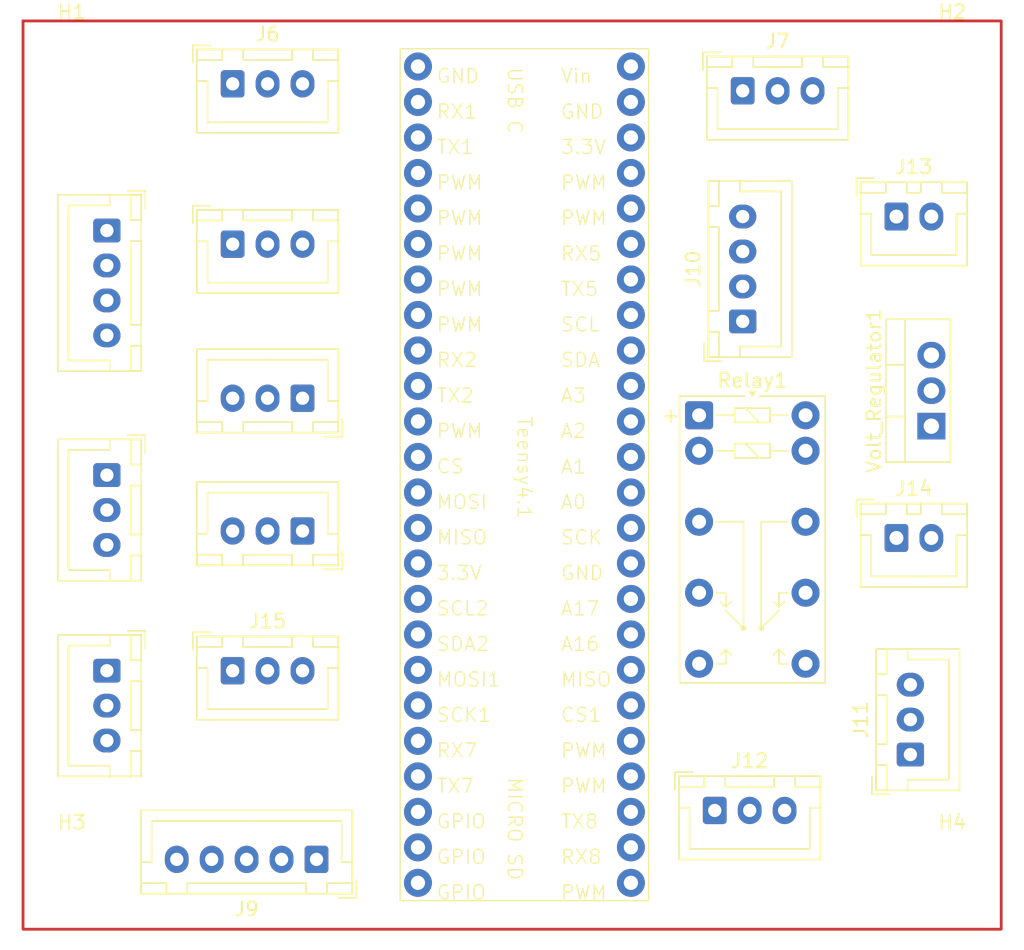
<source format=kicad_pcb>
(kicad_pcb (version 20241229) (generator "pcbnew") (generator_version "9.0")
  (layers (0 "F.Cu" signal) (2 "B.Cu" signal) (13 "F.Paste" user) (15 "B.Paste" user) (5 "F.SilkS" user "F.Silkscreen") (7 "B.SilkS" user "B.Silkscreen") (1 "F.Mask" user) (3 "B.Mask" user) (25 "Edge.Cuts" user))
  (net 0 "")
  (net 1 "GND")
  (net 2 "+5V")
  (net 3 "VIN")
  (net 4 "Vehicle_On")
  (net 6 "Net-(J14-Pin_2)")
  (net 8 "Vehicle_Off")
  (net 10 "Video_On")
  (net 11 "PWM_Servo3")
  (net 15 "RX_LoRa")
  (net 16 "PWM_RC")
  (net 17 "PWM_Servo1")
  (net 18 "SCL_Sensor")
  (net 22 "RX_Video")
  (net 25 "PWM_Servo7")
  (net 28 "PWM_Servo2")
  (net 34 "PWM_Servo5")
  (net 39 "TX_Video")
  (net 43 "SDA_Sensor")
  (net 45 "PWM_Servo6")
  (net 47 "TX_LoRa")
  (net 49 "Pi_On")
  (net 53 "+3.3V")
  (net 54 "PWM_Servo4")
  (footprint "Connector_JST:JST_XH_B4B-XH-A_1x04_P2.50mm_Vertical" (layer "F.Cu") (at 100 119.5 90)
    (property "Reference" "J10" (at 3.75 -3.55 90) (layer "F.SilkS"))
    (property "Value" "Sensor_Board")
    (pad "1" thru_hole roundrect (at 0 0 90) (size 1.7 1.95) (drill 0.95) (layers "*.Cu" "*.Mask") (roundrect_rratio 0.147059) (net 1 "GND"))
    (pad "2" thru_hole oval (at 2.5 0 90) (size 1.7 1.95) (drill 0.95) (layers "*.Cu" "*.Mask") (net 18 "SCL_Sensor"))
    (pad "3" thru_hole oval (at 5 0 90) (size 1.7 1.95) (drill 0.95) (layers "*.Cu" "*.Mask") (net 43 "SDA_Sensor"))
    (pad "4" thru_hole oval (at 7.5 0 90) (size 1.7 1.95) (drill 0.95) (layers "*.Cu" "*.Mask") (net 53 "+3.3V"))
  )
  (footprint "Connector_JST:JST_XH_B3B-XH-A_1x03_P2.50mm_Vertical" (layer "F.Cu") (at 54.5 130.5 -90)
    (property "Reference" "J2" (hide yes))
    (property "Value" "Servo2")
    (pad "1" thru_hole roundrect (at 0 0 270) (size 1.7 1.95) (drill 0.95) (layers "*.Cu" "*.Mask") (roundrect_rratio 0.147059) (net 28 "PWM_Servo2"))
    (pad "2" thru_hole oval (at 2.5 0 270) (size 1.7 1.95) (drill 0.95) (layers "*.Cu" "*.Mask") (net 2 "+5V"))
    (pad "3" thru_hole oval (at 5 0 270) (size 1.7 1.95) (drill 0.95) (layers "*.Cu" "*.Mask") (net 1 "GND"))
  )
  (footprint "Connector_JST:JST_XH_B2B-XH-A_1x02_P2.50mm_Vertical" (layer "F.Cu") (at 111 112)
    (property "Reference" "J13" (at 1.25 -3.55 0) (layer "F.SilkS"))
    (property "Value" "Battery")
    (pad "1" thru_hole roundrect (at 0 0) (size 1.7 2) (drill 1) (layers "*.Cu" "*.Mask") (roundrect_rratio 0.147059) (net 3 "VIN"))
    (pad "2" thru_hole oval (at 2.5 0) (size 1.7 2) (drill 1) (layers "*.Cu" "*.Mask") (net 1 "GND"))
  )
  (footprint "Connector_JST:JST_XH_B3B-XH-A_1x03_P2.50mm_Vertical" (layer "F.Cu") (at 63.5 144.5)
    (property "Reference" "J15" (at 2.5 -3.55 0) (layer "F.SilkS"))
    (property "Value" "RC_Control")
    (pad "1" thru_hole roundrect (at 0 0) (size 1.7 1.95) (drill 0.95) (layers "*.Cu" "*.Mask") (roundrect_rratio 0.147059) (net 16 "PWM_RC"))
    (pad "2" thru_hole oval (at 2.5 0) (size 1.7 1.95) (drill 0.95) (layers "*.Cu" "*.Mask") (net 2 "+5V"))
    (pad "3" thru_hole oval (at 5 0) (size 1.7 1.95) (drill 0.95) (layers "*.Cu" "*.Mask") (net 1 "GND"))
  )
  (footprint "Connector_JST:JST_XH_B3B-XH-A_1x03_P2.50mm_Vertical" (layer "F.Cu") (at 100 103)
    (property "Reference" "J7" (at 2.5 -3.55 0) (layer "F.SilkS"))
    (property "Value" "Servo7")
    (pad "1" thru_hole roundrect (at 0 0) (size 1.7 1.95) (drill 0.95) (layers "*.Cu" "*.Mask") (roundrect_rratio 0.147059) (net 25 "PWM_Servo7"))
    (pad "2" thru_hole oval (at 2.5 0) (size 1.7 1.95) (drill 0.95) (layers "*.Cu" "*.Mask") (net 2 "+5V"))
    (pad "3" thru_hole oval (at 5 0) (size 1.7 1.95) (drill 0.95) (layers "*.Cu" "*.Mask") (net 1 "GND"))
  )
  (footprint "Connector_JST:JST_XH_B5B-XH-A_1x05_P2.50mm_Vertical" (layer "F.Cu") (at 69.5 158 180)
    (property "Reference" "J9" (at 5 -3.55 0) (layer "F.SilkS"))
    (property "Value" "Live_Video")
    (pad "1" thru_hole roundrect (at 0 0 180) (size 1.7 1.95) (drill 0.95) (layers "*.Cu" "*.Mask") (roundrect_rratio 0.147059) (net 39 "TX_Video"))
    (pad "2" thru_hole oval (at 2.5 0 180) (size 1.7 1.95) (drill 0.95) (layers "*.Cu" "*.Mask") (net 22 "RX_Video"))
    (pad "3" thru_hole oval (at 5 0 180) (size 1.7 1.95) (drill 0.95) (layers "*.Cu" "*.Mask") (net 49 "Pi_On"))
    (pad "4" thru_hole oval (at 7.5 0 180) (size 1.7 1.95) (drill 0.95) (layers "*.Cu" "*.Mask") (net 10 "Video_On"))
    (pad "5" thru_hole oval (at 10 0 180) (size 1.7 1.95) (drill 0.95) (layers "*.Cu" "*.Mask") (net 1 "GND"))
  )
  (footprint "MountingHole:MountingHole_3.2mm_M3" (layer "F.Cu") (at 52 159.5)
    (property "Reference" "H3" (at 0 -4.15 0) (layer "F.SilkS"))
    (property "Value" "MountingHole")
    (pad "" np_thru_hole circle (at 0 0) (size 3.2 3.2) (drill 3.2) (layers "*.Cu" "*.Mask"))
  )
  (footprint "Connector_JST:JST_XH_B3B-XH-A_1x03_P2.50mm_Vertical" (layer "F.Cu") (at 98 154.5)
    (property "Reference" "J12" (at 2.5 -3.55 0) (layer "F.SilkS"))
    (property "Value" "Vehicle_Off")
    (pad "1" thru_hole roundrect (at 0 0) (size 1.7 1.95) (drill 0.95) (layers "*.Cu" "*.Mask") (roundrect_rratio 0.147059) (net 8 "Vehicle_Off"))
    (pad "2" thru_hole oval (at 2.5 0) (size 1.7 1.95) (drill 0.95) (layers "*.Cu" "*.Mask") (net 1 "GND"))
    (pad "3" thru_hole oval (at 5 0) (size 1.7 1.95) (drill 0.95) (layers "*.Cu" "*.Mask"))
  )
  (footprint "Relay_THT:Relay_DPDT_Omron_G6AK" (layer "F.Cu") (at 96.88 126.22)
    (property "Reference" "Relay1" (at 3.81 -2.5 0) (layer "F.SilkS"))
    (property "Value" "HONGFA_HFD2-0xx-x-L2-x")
    (fp_text user "+" (at -2.032 0 0) (layer "F.SilkS"))
    (pad "11" thru_hole circle (at 0 7.62) (size 2 2) (drill 1) (layers "*.Cu" "*.Mask"))
    (pad "12" thru_hole circle (at 0 12.7) (size 2 2) (drill 1) (layers "*.Cu" "*.Mask"))
    (pad "14" thru_hole circle (at 0 17.78) (size 2 2) (drill 1) (layers "*.Cu" "*.Mask"))
    (pad "21" thru_hole circle (at 7.62 7.62) (size 2 2) (drill 1) (layers "*.Cu" "*.Mask") (net 2 "+5V"))
    (pad "22" thru_hole circle (at 7.62 12.7) (size 2 2) (drill 1) (layers "*.Cu" "*.Mask"))
    (pad "24" thru_hole circle (at 7.62 17.78) (size 2 2) (drill 1) (layers "*.Cu" "*.Mask") (net 6 "Net-(J14-Pin_2)"))
    (pad "A1" thru_hole roundrect (at 0 0) (size 2 2) (drill 1) (layers "*.Cu" "*.Mask") (roundrect_rratio 0.125) (net 4 "Vehicle_On"))
    (pad "A2" thru_hole circle (at 7.62 0) (size 2 2) (drill 1) (layers "*.Cu" "*.Mask") (net 1 "GND"))
    (pad "B1" thru_hole circle (at 0 2.54) (size 2 2) (drill 1) (layers "*.Cu" "*.Mask") (net 2 "+5V"))
    (pad "B2" thru_hole circle (at 7.62 2.54) (size 2 2) (drill 1) (layers "*.Cu" "*.Mask") (net 8 "Vehicle_Off"))
  )
  (footprint "Connector_JST:JST_XH_B3B-XH-A_1x03_P2.50mm_Vertical" (layer "F.Cu") (at 112 150.5 90)
    (property "Reference" "J11" (at 2.5 -3.55 90) (layer "F.SilkS"))
    (property "Value" "Vehicle_On")
    (pad "1" thru_hole roundrect (at 0 0 90) (size 1.7 1.95) (drill 0.95) (layers "*.Cu" "*.Mask") (roundrect_rratio 0.147059) (net 4 "Vehicle_On"))
    (pad "2" thru_hole oval (at 2.5 0 90) (size 1.7 1.95) (drill 0.95) (layers "*.Cu" "*.Mask") (net 2 "+5V"))
    (pad "3" thru_hole oval (at 5 0 90) (size 1.7 1.95) (drill 0.95) (layers "*.Cu" "*.Mask"))
  )
  (footprint "Connector_JST:JST_XH_B3B-XH-A_1x03_P2.50mm_Vertical" (layer "F.Cu") (at 63.5 102.5)
    (property "Reference" "J6" (at 2.5 -3.55 0) (layer "F.SilkS"))
    (property "Value" "Servo6")
    (pad "1" thru_hole roundrect (at 0 0) (size 1.7 1.95) (drill 0.95) (layers "*.Cu" "*.Mask") (roundrect_rratio 0.147059) (net 45 "PWM_Servo6"))
    (pad "2" thru_hole oval (at 2.5 0) (size 1.7 1.95) (drill 0.95) (layers "*.Cu" "*.Mask") (net 2 "+5V"))
    (pad "3" thru_hole oval (at 5 0) (size 1.7 1.95) (drill 0.95) (layers "*.Cu" "*.Mask") (net 1 "GND"))
  )
  (footprint "MountingHole:MountingHole_3.2mm_M3" (layer "F.Cu") (at 115 159.5)
    (property "Reference" "H4" (at 0 -4.15 0) (layer "F.SilkS"))
    (property "Value" "MountingHole")
    (pad "" np_thru_hole circle (at 0 0) (size 3.2 3.2) (drill 3.2) (layers "*.Cu" "*.Mask"))
  )
  (footprint "Connector_JST:JST_XH_B4B-XH-A_1x04_P2.50mm_Vertical" (layer "F.Cu") (at 54.5 113 -90)
    (property "Reference" "J8" (hide yes))
    (property "Value" "LoRa_Radio")
    (pad "1" thru_hole roundrect (at 0 0 270) (size 1.7 1.95) (drill 0.95) (layers "*.Cu" "*.Mask") (roundrect_rratio 0.147059) (net 1 "GND"))
    (pad "2" thru_hole oval (at 2.5 0 270) (size 1.7 1.95) (drill 0.95) (layers "*.Cu" "*.Mask") (net 53 "+3.3V"))
    (pad "3" thru_hole oval (at 5 0 270) (size 1.7 1.95) (drill 0.95) (layers "*.Cu" "*.Mask") (net 15 "RX_LoRa"))
    (pad "4" thru_hole oval (at 7.5 0 270) (size 1.7 1.95) (drill 0.95) (layers "*.Cu" "*.Mask") (net 47 "TX_LoRa"))
  )
  (footprint "Connector_JST:JST_XH_B3B-XH-A_1x03_P2.50mm_Vertical" (layer "F.Cu") (at 68.5 134.5 180)
    (property "Reference" "J5" (hide yes))
    (property "Value" "Servo5")
    (pad "1" thru_hole roundrect (at 0 0 180) (size 1.7 1.95) (drill 0.95) (layers "*.Cu" "*.Mask") (roundrect_rratio 0.147059) (net 34 "PWM_Servo5"))
    (pad "2" thru_hole oval (at 2.5 0 180) (size 1.7 1.95) (drill 0.95) (layers "*.Cu" "*.Mask") (net 2 "+5V"))
    (pad "3" thru_hole oval (at 5 0 180) (size 1.7 1.95) (drill 0.95) (layers "*.Cu" "*.Mask") (net 1 "GND"))
  )
  (footprint "Connector_JST:JST_XH_B3B-XH-A_1x03_P2.50mm_Vertical" (layer "F.Cu") (at 63.5 113.975)
    (property "Reference" "J1" (hide yes))
    (property "Value" "Servo1")
    (pad "1" thru_hole roundrect (at 0 0) (size 1.7 1.95) (drill 0.95) (layers "*.Cu" "*.Mask") (roundrect_rratio 0.147059) (net 17 "PWM_Servo1"))
    (pad "2" thru_hole oval (at 2.5 0) (size 1.7 1.95) (drill 0.95) (layers "*.Cu" "*.Mask") (net 2 "+5V"))
    (pad "3" thru_hole oval (at 5 0) (size 1.7 1.95) (drill 0.95) (layers "*.Cu" "*.Mask") (net 1 "GND"))
  )
  (footprint "MountingHole:MountingHole_3.2mm_M3" (layer "F.Cu") (at 52 101.5)
    (property "Reference" "H1" (at 0 -4.15 0) (layer "F.SilkS"))
    (property "Value" "MountingHole" (hide yes))
    (pad "" np_thru_hole circle (at 0 0) (size 3.2 3.2) (drill 3.2) (layers "*.Cu" "*.Mask"))
  )
  (footprint "Package_TO_SOT_THT:TO-220-3_Vertical" (layer "F.Cu") (at 113.5 127 90)
    (property "Reference" "Volt_Regulator1" (at 2.54 -4.1 90) (layer "F.SilkS"))
    (property "Value" "L7805")
    (pad "1" thru_hole rect (at 0 0 90) (size 1.905 2) (drill 1.1) (layers "*.Cu" "*.Mask") (net 3 "VIN"))
    (pad "2" thru_hole oval (at 2.54 0 90) (size 1.905 2) (drill 1.1) (layers "*.Cu" "*.Mask") (net 1 "GND"))
    (pad "3" thru_hole oval (at 5.08 0 90) (size 1.905 2) (drill 1.1) (layers "*.Cu" "*.Mask") (net 6 "Net-(J14-Pin_2)"))
  )
  (footprint "Connector_JST:JST_XH_B2B-XH-A_1x02_P2.50mm_Vertical" (layer "F.Cu") (at 111 135)
    (property "Reference" "J14" (at 1.25 -3.55 0) (layer "F.SilkS"))
    (property "Value" "Bypass_Switch")
    (pad "1" thru_hole roundrect (at 0 0) (size 1.7 2) (drill 1) (layers "*.Cu" "*.Mask") (roundrect_rratio 0.147059) (net 2 "+5V"))
    (pad "2" thru_hole oval (at 2.5 0) (size 1.7 2) (drill 1) (layers "*.Cu" "*.Mask") (net 6 "Net-(J14-Pin_2)"))
  )
  (footprint "Connector_JST:JST_XH_B3B-XH-A_1x03_P2.50mm_Vertical" (layer "F.Cu") (at 54.5 144.5 -90)
    (property "Reference" "J4" (hide yes))
    (property "Value" "Servo4")
    (pad "1" thru_hole roundrect (at 0 0 270) (size 1.7 1.95) (drill 0.95) (layers "*.Cu" "*.Mask") (roundrect_rratio 0.147059) (net 54 "PWM_Servo4"))
    (pad "2" thru_hole oval (at 2.5 0 270) (size 1.7 1.95) (drill 0.95) (layers "*.Cu" "*.Mask") (net 2 "+5V"))
    (pad "3" thru_hole oval (at 5 0 270) (size 1.7 1.95) (drill 0.95) (layers "*.Cu" "*.Mask") (net 1 "GND"))
  )
  (footprint "Breakout Boards:Teensy_4.1" (layer "F.Cu") (at 84.38 130.47)
    (property "Reference" "Teensy4.1" (at 0 -0.5 270) (layer "F.SilkS") (effects (font (thickness 0.1))))
    (property "Value" "~")
    (fp_text user "TX5" (at 2.54 -12.7 0) (layer "F.SilkS") (effects (font (thickness 0.1)) (justify left bottom)))
    (fp_text user "CS1" (at 2.54 17.78 0) (layer "F.SilkS") (effects (font (thickness 0.1)) (justify left bottom)))
    (fp_text user "PWM" (at 2.54 30.48 0) (layer "F.SilkS") (effects (font (thickness 0.1)) (justify left bottom)))
    (fp_text user "PWM" (at -6.35 -2.54 0) (layer "F.SilkS") (effects (font (thickness 0.1)) (justify left bottom)))
    (fp_text user "RX1" (at -6.35 -25.4 0) (layer "F.SilkS") (effects (font (thickness 0.1)) (justify left bottom)))
    (fp_text user "SCK" (at 2.54 5.08 0) (layer "F.SilkS") (effects (font (thickness 0.1)) (justify left bottom)))
    (fp_text user "SCL" (at 2.54 -10.16 0) (layer "F.SilkS") (effects (font (thickness 0.1)) (justify left bottom)))
    (fp_text user "GND" (at 2.54 7.62 0) (layer "F.SilkS") (effects (font (thickness 0.1)) (justify left bottom)))
    (fp_text user "GND" (at -6.35 -27.94 0) (layer "F.SilkS") (effects (font (thickness 0.1)) (justify left bottom)))
    (fp_text user "A17" (at 2.54 10.16 0) (layer "F.SilkS") (effects (font (thickness 0.1)) (justify left bottom)))
    (fp_text user "GPIO" (at -6.35 30.48 0) (layer "F.SilkS") (effects (font (thickness 0.1)) (justify left bottom)))
    (fp_text user "TX2" (at -6.35 -5.08 0) (layer "F.SilkS") (effects (font (thickness 0.1)) (justify left bottom)))
    (fp_text user "RX5" (at 2.54 -15.24 0) (layer "F.SilkS") (effects (font (thickness 0.1)) (justify left bottom)))
    (fp_text user "PWM" (at 2.54 20.32 0) (layer "F.SilkS") (effects (font (thickness 0.1)) (justify left bottom)))
    (fp_text user "GND" (at 2.54 -25.4 0) (layer "F.SilkS") (effects (font (thickness 0.1)) (justify left bottom)))
    (fp_text user "MOSI" (at -6.35 2.54 0) (layer "F.SilkS") (effects (font (thickness 0.1)) (justify left bottom)))
    (fp_text user "MISO" (at 2.54 15.24 0) (layer "F.SilkS") (effects (font (thickness 0.1)) (justify left bottom)))
    (fp_text user "MISO" (at -6.35 5.08 0) (layer "F.SilkS") (effects (font (thickness 0.1)) (justify left bottom)))
    (fp_text user "MICRO SD" (at -1.27 21.59 270) (layer "F.SilkS") (effects (font (thickness 0.1)) (justify left bottom)))
    (fp_text user "TX7" (at -6.35 22.86 0) (layer "F.SilkS") (effects (font (thickness 0.1)) (justify left bottom)))
    (fp_text user "GPIO" (at -6.35 27.94 0) (layer "F.SilkS") (effects (font (thickness 0.1)) (justify left bottom)))
    (fp_text user "A3" (at 2.54 -5.08 0) (layer "F.SilkS") (effects (font (thickness 0.1)) (justify left bottom)))
    (fp_text user "PWM" (at -6.35 -12.7 0) (layer "F.SilkS") (effects (font (thickness 0.1)) (justify left bottom)))
    (fp_text user "PWM" (at 2.54 22.86 0) (layer "F.SilkS") (effects (font (thickness 0.1)) (justify left bottom)))
    (fp_text user "RX7" (at -6.35 20.32 0) (layer "F.SilkS") (effects (font (thickness 0.1)) (justify left bottom)))
    (fp_text user "SCK1" (at -6.35 17.78 0) (layer "F.SilkS") (effects (font (thickness 0.1)) (justify left bottom)))
    (fp_text user "RX8" (at 2.54 27.94 0) (layer "F.SilkS") (effects (font (thickness 0.1)) (justify left bottom)))
    (fp_text user "3.3V" (at 2.54 -22.86 0) (layer "F.SilkS") (effects (font (thickness 0.1)) (justify left bottom)))
    (fp_text user "SCL2" (at -6.35 10.16 0) (layer "F.SilkS") (effects (font (thickness 0.1)) (justify left bottom)))
    (fp_text user "A1" (at 2.54 0 0) (layer "F.SilkS") (effects (font (thickness 0.1)) (justify left bottom)))
    (fp_text user "3.3V" (at -6.35 7.62 0) (layer "F.SilkS") (effects (font (thickness 0.1)) (justify left bottom)))
    (fp_text user "PWM" (at -6.35 -10.16 0) (layer "F.SilkS") (effects (font (thickness 0.1)) (justify left bottom)))
    (fp_text user "SDA2" (at -6.35 12.7 0) (layer "F.SilkS") (effects (font (thickness 0.1)) (justify left bottom)))
    (fp_text user "USB C" (at -1.27 -29.21 270) (layer "F.SilkS") (effects (font (thickness 0.1)) (justify left bottom)))
    (fp_text user "MOSI1" (at -6.35 15.24 0) (layer "F.SilkS") (effects (font (thickness 0.1)) (justify left bottom)))
    (fp_text user "PWM" (at -6.35 -20.32 0) (layer "F.SilkS") (effects (font (thickness 0.1)) (justify left bottom)))
    (fp_text user "PWM" (at -6.35 -17.78 0) (layer "F.SilkS") (effects (font (thickness 0.1)) (justify left bottom)))
    (fp_text user "Vin" (at 2.54 -27.94 0) (layer "F.SilkS") (effects (font (thickness 0.1)) (justify left bottom)))
    (fp_text user "TX8" (at 2.54 25.4 0) (layer "F.SilkS") (effects (font (thickness 0.1)) (justify left bottom)))
    (fp_text user "A16" (at 2.54 12.7 0) (layer "F.SilkS") (effects (font (thickness 0.1)) (justify left bottom)))
    (fp_text user "A2" (at 2.54 -2.54 0) (layer "F.SilkS") (effects (font (thickness 0.1)) (justify left bottom)))
    (fp_text user "PWM" (at 2.54 -20.32 0) (layer "F.SilkS") (effects (font (thickness 0.1)) (justify left bottom)))
    (fp_text user "PWM" (at 2.54 -17.78 0) (layer "F.SilkS") (effects (font (thickness 0.1)) (justify left bottom)))
    (fp_text user "RX2" (at -6.35 -7.62 0) (layer "F.SilkS") (effects (font (thickness 0.1)) (justify left bottom)))
    (fp_text user "GPIO" (at -6.35 25.4 0) (layer "F.SilkS") (effects (font (thickness 0.1)) (justify left bottom)))
    (fp_text user "SDA" (at 2.54 -7.62 0) (layer "F.SilkS") (effects (font (thickness 0.1)) (justify left bottom)))
    (fp_text user "PWM" (at -6.35 -15.24 0) (layer "F.SilkS") (effects (font (thickness 0.1)) (justify left bottom)))
    (fp_text user "TX1" (at -6.35 -22.86 0) (layer "F.SilkS") (effects (font (thickness 0.1)) (justify left bottom)))
    (fp_text user "A0" (at 2.54 2.54 0) (layer "F.SilkS") (effects (font (thickness 0.1)) (justify left bottom)))
    (fp_text user "CS" (at -6.35 0 0) (layer "F.SilkS") (effects (font (thickness 0.1)) (justify left bottom)))
    (pad "0" thru_hole circle (at -7.62 -29.21) (size 2 2) (drill 1.02) (layers "*.Cu" "*.Mask") (net 1 "GND"))
    (pad "1" thru_hole circle (at -7.62 -26.67) (size 2 2) (drill 1.02) (layers "*.Cu" "*.Mask") (net 15 "RX_LoRa"))
    (pad "2" thru_hole circle (at -7.62 -24.13) (size 2 2) (drill 1.02) (layers "*.Cu" "*.Mask") (net 47 "TX_LoRa"))
    (pad "3" thru_hole circle (at -7.62 -21.59) (size 2 2) (drill 1.02) (layers "*.Cu" "*.Mask") (net 17 "PWM_Servo1"))
    (pad "4" thru_hole circle (at -7.62 -19.05) (size 2 2) (drill 1.02) (layers "*.Cu" "*.Mask") (net 28 "PWM_Servo2"))
    (pad "5" thru_hole circle (at -7.62 -16.51) (size 2 2) (drill 1.02) (layers "*.Cu" "*.Mask") (net 11 "PWM_Servo3"))
    (pad "6" thru_hole circle (at -7.62 -13.97) (size 2 2) (drill 1.02) (layers "*.Cu" "*.Mask") (net 54 "PWM_Servo4"))
    (pad "7" thru_hole circle (at -7.62 -11.43) (size 2 2) (drill 1.02) (layers "*.Cu" "*.Mask") (net 34 "PWM_Servo5"))
    (pad "8" thru_hole circle (at -7.62 -8.89) (size 2 2) (drill 1.02) (layers "*.Cu" "*.Mask") (net 22 "RX_Video"))
    (pad "9" thru_hole circle (at -7.62 -6.35) (size 2 2) (drill 1.02) (layers "*.Cu" "*.Mask") (net 39 "TX_Video"))
    (pad "10" thru_hole circle (at -7.62 -3.81) (size 2 2) (drill 1.02) (layers "*.Cu" "*.Mask") (net 16 "PWM_RC"))
    (pad "11" thru_hole circle (at -7.62 -1.27) (size 2 2) (drill 1.02) (layers "*.Cu" "*.Mask"))
    (pad "12" thru_hole circle (at -7.62 1.27) (size 2 2) (drill 1.02) (layers "*.Cu" "*.Mask"))
    (pad "13" thru_hole circle (at -7.62 3.81) (size 2 2) (drill 1.02) (layers "*.Cu" "*.Mask"))
    (pad "14" thru_hole circle (at -7.62 6.35) (size 2 2) (drill 1.02) (layers "*.Cu" "*.Mask"))
    (pad "15" thru_hole circle (at -7.62 8.89) (size 2 2) (drill 1.02) (layers "*.Cu" "*.Mask"))
    (pad "16" thru_hole circle (at -7.62 11.43) (size 2 2) (drill 1.02) (layers "*.Cu" "*.Mask"))
    (pad "17" thru_hole circle (at -7.62 13.97) (size 2 2) (drill 1.02) (layers "*.Cu" "*.Mask"))
    (pad "18" thru_hole circle (at -7.62 16.51) (size 2 2) (drill 1.02) (layers "*.Cu" "*.Mask"))
    (pad "19" thru_hole circle (at -7.62 19.05) (size 2 2) (drill 1.02) (layers "*.Cu" "*.Mask"))
    (pad "20" thru_hole circle (at -7.62 21.59) (size 2 2) (drill 1.02) (layers "*.Cu" "*.Mask"))
    (pad "21" thru_hole circle (at -7.62 24.13) (size 2 2) (drill 1.02) (layers "*.Cu" "*.Mask"))
    (pad "22" thru_hole circle (at -7.62 26.67) (size 2 2) (drill 1.02) (layers "*.Cu" "*.Mask"))
    (pad "23" thru_hole circle (at -7.62 29.21) (size 2 2) (drill 1.02) (layers "*.Cu" "*.Mask"))
    (pad "24" thru_hole circle (at 7.62 29.21) (size 2 2) (drill 1.02) (layers "*.Cu" "*.Mask"))
    (pad "25" thru_hole circle (at 7.62 26.67) (size 2 2) (drill 1.02) (layers "*.Cu" "*.Mask"))
    (pad "26" thru_hole circle (at 7.62 24.13) (size 2 2) (drill 1.02) (layers "*.Cu" "*.Mask"))
    (pad "27" thru_hole circle (at 7.62 21.59) (size 2 2) (drill 1.02) (layers "*.Cu" "*.Mask") (net 49 "Pi_On"))
    (pad "28" thru_hole circle (at 7.62 19.05) (size 2 2) (drill 1.02) (layers "*.Cu" "*.Mask") (net 10 "Video_On"))
    (pad "29" thru_hole circle (at 7.62 16.51) (size 2 2) (drill 1.02) (layers "*.Cu" "*.Mask"))
    (pad "30" thru_hole circle (at 7.62 13.97) (size 2 2) (drill 1.02) (layers "*.Cu" "*.Mask"))
    (pad "31" thru_hole circle (at 7.62 11.43) (size 2 2) (drill 1.02) (layers "*.Cu" "*.Mask"))
    (pad "32" thru_hole circle (at 7.62 8.89) (size 2 2) (drill 1.02) (layers "*.Cu" "*.Mask"))
    (pad "33" thru_hole circle (at 7.62 6.35) (size 2 2) (drill 1.02) (layers "*.Cu" "*.Mask"))
    (pad "34" thru_hole circle (at 7.62 3.81) (size 2 2) (drill 1.02) (layers "*.Cu" "*.Mask"))
    (pad "35" thru_hole circle (at 7.62 1.27) (size 2 2) (drill 1.02) (layers "*.Cu" "*.Mask"))
    (pad "36" thru_hole circle (at 7.62 -1.27) (size 2 2) (drill 1.02) (layers "*.Cu" "*.Mask"))
    (pad "37" thru_hole circle (at 7.62 -3.81) (size 2 2) (drill 1.02) (layers "*.Cu" "*.Mask"))
    (pad "38" thru_hole circle (at 7.62 -6.35) (size 2 2) (drill 1.02) (layers "*.Cu" "*.Mask"))
    (pad "39" thru_hole circle (at 7.62 -8.89) (size 2 2) (drill 1.02) (layers "*.Cu" "*.Mask") (net 43 "SDA_Sensor"))
    (pad "40" thru_hole circle (at 7.62 -11.43) (size 2 2) (drill 1.02) (layers "*.Cu" "*.Mask") (net 18 "SCL_Sensor"))
    (pad "41" thru_hole circle (at 7.62 -13.97) (size 2 2) (drill 1.02) (layers "*.Cu" "*.Mask"))
    (pad "42" thru_hole circle (at 7.62 -16.51) (size 2 2) (drill 1.02) (layers "*.Cu" "*.Mask"))
    (pad "43" thru_hole circle (at 7.62 -19.05) (size 2 2) (drill 1.02) (layers "*.Cu" "*.Mask") (net 25 "PWM_Servo7"))
    (pad "44" thru_hole circle (at 7.62 -21.59) (size 2 2) (drill 1.02) (layers "*.Cu" "*.Mask") (net 45 "PWM_Servo6"))
    (pad "45" thru_hole circle (at 7.62 -24.13) (size 2 2) (drill 1.02) (layers "*.Cu" "*.Mask") (net 53 "+3.3V"))
    (pad "46" thru_hole circle (at 7.62 -26.67) (size 2 2) (drill 1.02) (layers "*.Cu" "*.Mask") (net 1 "GND"))
    (pad "47" thru_hole circle (at 7.62 -29.21) (size 2 2) (drill 1.02) (layers "*.Cu" "*.Mask") (net 2 "+5V"))
  )
  (footprint "MountingHole:MountingHole_3.2mm_M3" (layer "F.Cu") (at 115 101.5)
    (property "Reference" "H2" (at 0 -4.15 0) (layer "F.SilkS"))
    (property "Value" "MountingHole")
    (pad "" np_thru_hole circle (at 0 0) (size 3.2 3.2) (drill 3.2) (layers "*.Cu" "*.Mask"))
  )
  (footprint "Connector_JST:JST_XH_B3B-XH-A_1x03_P2.50mm_Vertical" (layer "F.Cu") (at 68.5 125 180)
    (property "Reference" "J3" (hide yes))
    (property "Value" "Servo3")
    (pad "1" thru_hole roundrect (at 0 0 180) (size 1.7 1.95) (drill 0.95) (layers "*.Cu" "*.Mask") (roundrect_rratio 0.147059) (net 11 "PWM_Servo3"))
    (pad "2" thru_hole oval (at 2.5 0 180) (size 1.7 1.95) (drill 0.95) (layers "*.Cu" "*.Mask") (net 2 "+5V"))
    (pad "3" thru_hole oval (at 5 0 180) (size 1.7 1.95) (drill 0.95) (layers "*.Cu" "*.Mask") (net 1 "GND"))
  )
  (gr_rect (start 48.5 98) (end 118.5 163) (stroke (width 0.2)) (fill no) (layer "F.Cu") (net 1))
)
</source>
